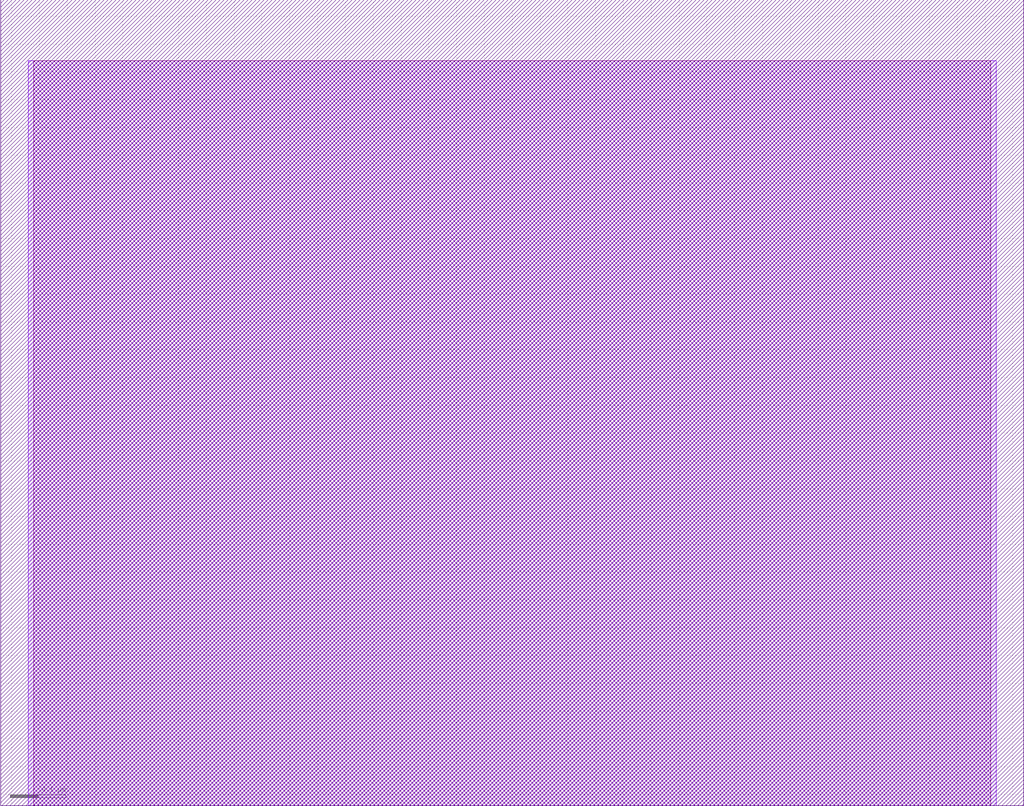
<source format=lef>
VERSION 5.7 ;
  NOWIREEXTENSIONATPIN ON ;
  DIVIDERCHAR "/" ;
  BUSBITCHARS "[]" ;
UNITS
  DATABASE MICRONS 200 ;
END UNITS

LAYER via2
  TYPE CUT ;
END via2

LAYER via
  TYPE CUT ;
END via

LAYER nwell
  TYPE MASTERSLICE ;
END nwell

LAYER via3
  TYPE CUT ;
END via3

LAYER pwell
  TYPE MASTERSLICE ;
END pwell

LAYER via4
  TYPE CUT ;
END via4

LAYER mcon
  TYPE CUT ;
END mcon

LAYER met6
  TYPE ROUTING ;
  WIDTH 0.030000 ;
  SPACING 0.040000 ;
  DIRECTION HORIZONTAL ;
END met6

LAYER met1
  TYPE ROUTING ;
  WIDTH 0.140000 ;
  SPACING 0.140000 ;
  DIRECTION HORIZONTAL ;
END met1

LAYER met3
  TYPE ROUTING ;
  WIDTH 0.300000 ;
  SPACING 0.300000 ;
  DIRECTION HORIZONTAL ;
END met3

LAYER met2
  TYPE ROUTING ;
  WIDTH 0.140000 ;
  SPACING 0.140000 ;
  DIRECTION HORIZONTAL ;
END met2

LAYER met4
  TYPE ROUTING ;
  WIDTH 0.300000 ;
  SPACING 0.300000 ;
  DIRECTION HORIZONTAL ;
END met4

LAYER met5
  TYPE ROUTING ;
  WIDTH 1.600000 ;
  SPACING 1.600000 ;
  DIRECTION HORIZONTAL ;
END met5

LAYER li1
  TYPE ROUTING ;
  WIDTH 0.170000 ;
  SPACING 0.170000 ;
  DIRECTION HORIZONTAL ;
END li1

MACRO sky130_hilas_pFETdevice01d
  CLASS BLOCK ;
  FOREIGN sky130_hilas_pFETdevice01d ;
  ORIGIN 0.920 1.020 ;
  SIZE 1.840 BY 1.450 ;
  OBS
      LAYER li1 ;
        RECT -0.860 -1.020 0.860 0.320 ;
      LAYER met1 ;
        RECT -0.870 -1.020 0.870 0.320 ;
  END
END sky130_hilas_pFETdevice01d
END LIBRARY


</source>
